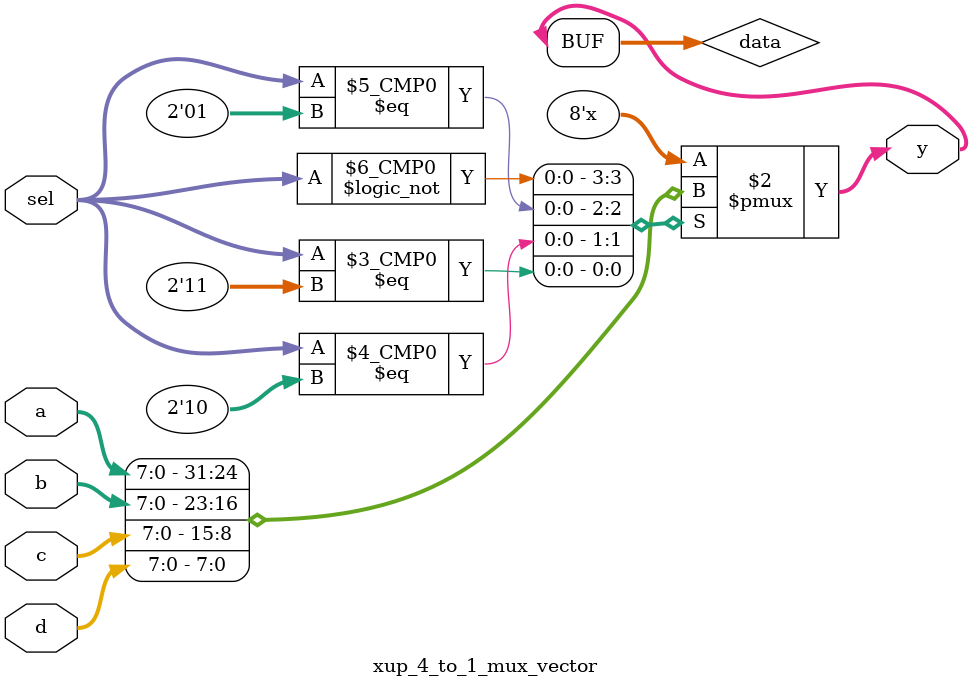
<source format=v>
`timescale 1ns / 1ps
module xup_4_to_1_mux_vector #(parameter SIZE = 8 , DELAY = 3)(
    input wire [SIZE-1:0] a,
    input wire [SIZE-1:0] b,
    input wire [SIZE-1:0] c,
    input wire [SIZE-1:0] d,
    input wire [1:0] sel,
    output wire [SIZE-1:0] y
    );
    reg [SIZE-1:0] data;
    
    always @(*) begin
        case(sel)
            2'b00 : data[SIZE-1:0] <= a[SIZE-1:0] ;
            2'b01 : data[SIZE-1:0] <= b[SIZE-1:0] ;
            2'b10 : data[SIZE-1:0] <= c[SIZE-1:0] ;
            2'b11 : data[SIZE-1:0] <= d[SIZE-1:0] ;
            default : data[SIZE-1:0] <= a[SIZE-1:0] ;
        endcase
    end
    
    assign #DELAY y[SIZE-1:0] = data[SIZE-1:0] ;
        
endmodule

</source>
